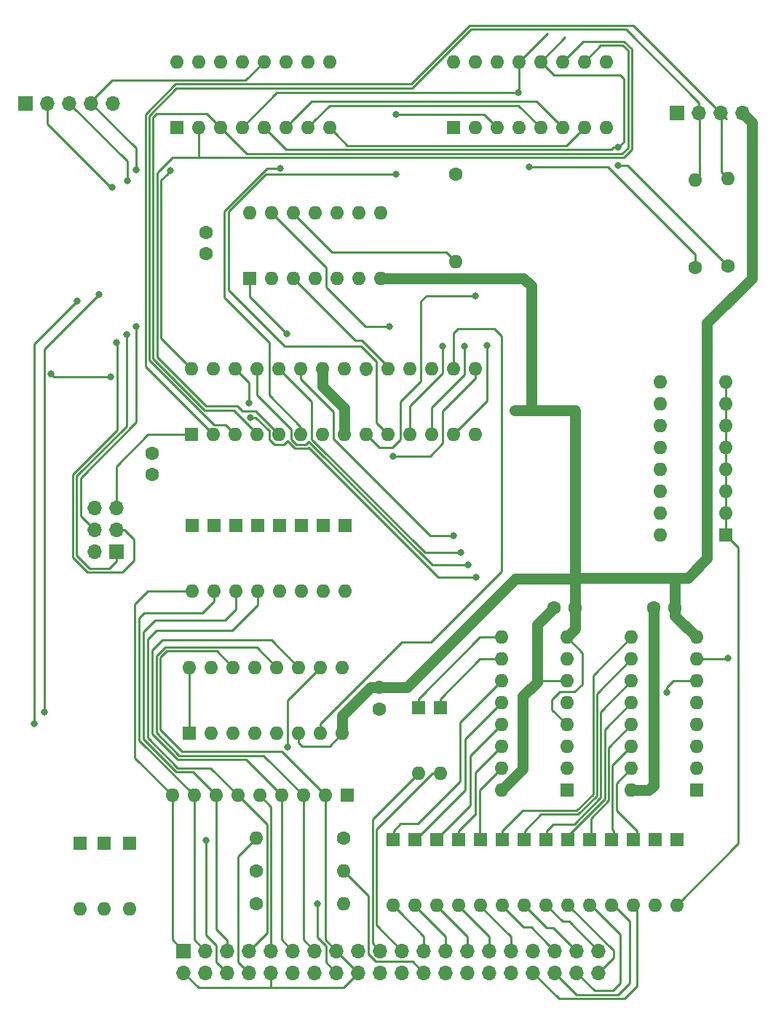
<source format=gbr>
G04 #@! TF.GenerationSoftware,KiCad,Pcbnew,(5.1.5-0-10_14)*
G04 #@! TF.CreationDate,2020-01-03T10:30:25-06:00*
G04 #@! TF.ProjectId,interface-ascii,696e7465-7266-4616-9365-2d6173636969,2.3*
G04 #@! TF.SameCoordinates,Original*
G04 #@! TF.FileFunction,Copper,L2,Bot*
G04 #@! TF.FilePolarity,Positive*
%FSLAX46Y46*%
G04 Gerber Fmt 4.6, Leading zero omitted, Abs format (unit mm)*
G04 Created by KiCad (PCBNEW (5.1.5-0-10_14)) date 2020-01-03 10:30:25*
%MOMM*%
%LPD*%
G04 APERTURE LIST*
%ADD10O,1.600000X1.600000*%
%ADD11C,1.600000*%
%ADD12R,1.600000X1.600000*%
%ADD13O,1.700000X1.700000*%
%ADD14R,1.700000X1.700000*%
%ADD15C,1.270000*%
%ADD16C,0.812800*%
%ADD17C,1.270000*%
%ADD18C,0.254000*%
G04 APERTURE END LIST*
D10*
X216893000Y-92991000D03*
D11*
X216893000Y-82831000D03*
D10*
X185905000Y-140108000D03*
X203685000Y-147728000D03*
X188445000Y-140108000D03*
X201145000Y-147728000D03*
X190985000Y-140108000D03*
X198605000Y-147728000D03*
X193525000Y-140108000D03*
X196065000Y-147728000D03*
X196065000Y-140108000D03*
X193525000Y-147728000D03*
X198605000Y-140108000D03*
X190985000Y-147728000D03*
X201145000Y-140108000D03*
X188445000Y-147728000D03*
X203685000Y-140108000D03*
D12*
X185905000Y-147728000D03*
D10*
X192890000Y-87276000D03*
X208130000Y-94896000D03*
X195430000Y-87276000D03*
X205590000Y-94896000D03*
X197970000Y-87276000D03*
X203050000Y-94896000D03*
X200510000Y-87276000D03*
X200510000Y-94896000D03*
X203050000Y-87276000D03*
X197970000Y-94896000D03*
X205590000Y-87276000D03*
X195430000Y-94896000D03*
X208130000Y-87276000D03*
D12*
X192890000Y-94896000D03*
D10*
X203812000Y-167540000D03*
D11*
X193652000Y-167540000D03*
D13*
X177015000Y-74576000D03*
X174475000Y-74576000D03*
X171935000Y-74576000D03*
X169395000Y-74576000D03*
D14*
X166855000Y-74576000D03*
D10*
X244706000Y-83466000D03*
D11*
X244706000Y-93626000D03*
X187810000Y-92062000D03*
X187810000Y-89562000D03*
D10*
X193652000Y-159920000D03*
D11*
X203812000Y-159920000D03*
D12*
X222250000Y-160072400D03*
D10*
X222250000Y-167692400D03*
D12*
X227330000Y-160072400D03*
D10*
X227330000Y-167692400D03*
D12*
X232410000Y-160072400D03*
D10*
X232410000Y-167692400D03*
D12*
X237490000Y-160072400D03*
D10*
X237490000Y-167692400D03*
D12*
X242570000Y-160072400D03*
D10*
X242570000Y-167692400D03*
D12*
X224790000Y-160072400D03*
D10*
X224790000Y-167692400D03*
D12*
X229870000Y-160072400D03*
D10*
X229870000Y-167692400D03*
D12*
X234950000Y-160072400D03*
D10*
X234950000Y-167692400D03*
D12*
X212498800Y-144807000D03*
D10*
X212498800Y-152427000D03*
D12*
X209550000Y-160072400D03*
D10*
X209550000Y-167692400D03*
D12*
X214630000Y-160072400D03*
D10*
X214630000Y-167692400D03*
D12*
X219710000Y-160072400D03*
D10*
X219710000Y-167692400D03*
D12*
X240030000Y-160072400D03*
D10*
X240030000Y-167692400D03*
D12*
X215064200Y-144781600D03*
D10*
X215064200Y-152401600D03*
D12*
X212090000Y-160072400D03*
D10*
X212090000Y-167692400D03*
D12*
X217170000Y-160072400D03*
D10*
X217170000Y-167692400D03*
X203812000Y-163730000D03*
D11*
X193652000Y-163730000D03*
D10*
X175999000Y-168175000D03*
D12*
X175999000Y-160555000D03*
D13*
X233479200Y-175566400D03*
X233479200Y-173026400D03*
X230939200Y-175566400D03*
X230939200Y-173026400D03*
X228399200Y-175566400D03*
X228399200Y-173026400D03*
X225859200Y-175566400D03*
X225859200Y-173026400D03*
X223319200Y-175566400D03*
X223319200Y-173026400D03*
X220779200Y-175566400D03*
X220779200Y-173026400D03*
X218239200Y-175566400D03*
X218239200Y-173026400D03*
X215699200Y-175566400D03*
X215699200Y-173026400D03*
X213159200Y-175566400D03*
X213159200Y-173026400D03*
X210619200Y-175566400D03*
X210619200Y-173026400D03*
X208079200Y-175566400D03*
X208079200Y-173026400D03*
X205539200Y-175566400D03*
X205539200Y-173026400D03*
X202999200Y-175566400D03*
X202999200Y-173026400D03*
X200459200Y-175566400D03*
X200459200Y-173026400D03*
X197919200Y-175566400D03*
X197919200Y-173026400D03*
X195379200Y-175566400D03*
X195379200Y-173026400D03*
X192839200Y-175566400D03*
X192839200Y-173026400D03*
X190299200Y-175566400D03*
X190299200Y-173026400D03*
X187759200Y-175566400D03*
X187759200Y-173026400D03*
X185219200Y-175566400D03*
D14*
X185219200Y-173026400D03*
D13*
X250248280Y-75703760D03*
X247708280Y-75703760D03*
X245168280Y-75703760D03*
D14*
X242628280Y-75703760D03*
D12*
X248262000Y-124741000D03*
D10*
X240642000Y-106961000D03*
X248262000Y-122201000D03*
X240642000Y-109501000D03*
X248262000Y-119661000D03*
X240642000Y-112041000D03*
X248262000Y-117121000D03*
X240642000Y-114581000D03*
X248262000Y-114581000D03*
X240642000Y-117121000D03*
X248262000Y-112041000D03*
X240642000Y-119661000D03*
X248262000Y-109501000D03*
X240642000Y-122201000D03*
X248262000Y-106961000D03*
X240642000Y-124741000D03*
X186235200Y-131218000D03*
D12*
X186235200Y-123598000D03*
D10*
X191315200Y-131218000D03*
D12*
X191315200Y-123598000D03*
D10*
X196395200Y-131218000D03*
D12*
X196395200Y-123598000D03*
D10*
X201475200Y-131218000D03*
D12*
X201475200Y-123598000D03*
D10*
X188775200Y-131218000D03*
D12*
X188775200Y-123598000D03*
D10*
X193855200Y-131218000D03*
D12*
X193855200Y-123598000D03*
D10*
X198935200Y-131218000D03*
D12*
X198935200Y-123598000D03*
D10*
X204015200Y-131218000D03*
D12*
X204015200Y-123598000D03*
D13*
X174856000Y-121566000D03*
X177396000Y-121566000D03*
X174856000Y-124106000D03*
X177396000Y-124106000D03*
X174856000Y-126646000D03*
D14*
X177396000Y-126646000D03*
D11*
X230746800Y-133199200D03*
X228246800Y-133199200D03*
X242380000Y-133199200D03*
X239880000Y-133199200D03*
X181587000Y-117716000D03*
X181587000Y-115216000D03*
X208003000Y-142434000D03*
X208003000Y-144934000D03*
D10*
X237289200Y-154382800D03*
X244909200Y-136602800D03*
X237289200Y-151842800D03*
X244909200Y-139142800D03*
X237289200Y-149302800D03*
X244909200Y-141682800D03*
X237289200Y-146762800D03*
X244909200Y-144222800D03*
X237289200Y-144222800D03*
X244909200Y-146762800D03*
X237289200Y-141682800D03*
X244909200Y-149302800D03*
X237289200Y-139142800D03*
X244909200Y-151842800D03*
X237289200Y-136602800D03*
D12*
X244909200Y-154382800D03*
D10*
X222150800Y-154382800D03*
X229770800Y-136602800D03*
X222150800Y-151842800D03*
X229770800Y-139142800D03*
X222150800Y-149302800D03*
X229770800Y-141682800D03*
X222150800Y-146762800D03*
X229770800Y-144222800D03*
X222150800Y-144222800D03*
X229770800Y-146762800D03*
X222150800Y-141682800D03*
X229770800Y-149302800D03*
X222150800Y-139142800D03*
X229770800Y-151842800D03*
X222150800Y-136602800D03*
D12*
X229770800Y-154382800D03*
D10*
X248516000Y-83339000D03*
D11*
X248516000Y-93499000D03*
D10*
X186159000Y-105437000D03*
X219179000Y-113057000D03*
X188699000Y-105437000D03*
X216639000Y-113057000D03*
X191239000Y-105437000D03*
X214099000Y-113057000D03*
X193779000Y-105437000D03*
X211559000Y-113057000D03*
X196319000Y-105437000D03*
X209019000Y-113057000D03*
X198859000Y-105437000D03*
X206479000Y-113057000D03*
X201399000Y-105437000D03*
X203939000Y-113057000D03*
X203939000Y-105437000D03*
X201399000Y-113057000D03*
X206479000Y-105437000D03*
X198859000Y-113057000D03*
X209019000Y-105437000D03*
X196319000Y-113057000D03*
X211559000Y-105437000D03*
X193779000Y-113057000D03*
X214099000Y-105437000D03*
X191239000Y-113057000D03*
X216639000Y-105437000D03*
X188699000Y-113057000D03*
X219179000Y-105437000D03*
D12*
X186159000Y-113057000D03*
X216561832Y-77370000D03*
D10*
X234341832Y-69750000D03*
X219101832Y-77370000D03*
X231801832Y-69750000D03*
X221641832Y-77370000D03*
X229261832Y-69750000D03*
X224181832Y-77370000D03*
X226721832Y-69750000D03*
X226721832Y-77370000D03*
X224181832Y-69750000D03*
X229261832Y-77370000D03*
X221641832Y-69750000D03*
X231801832Y-77370000D03*
X219101832Y-69750000D03*
X234341832Y-77370000D03*
X216561832Y-69750000D03*
X173205000Y-168175000D03*
D12*
X173205000Y-160555000D03*
D10*
X178920000Y-168175000D03*
D12*
X178920000Y-160555000D03*
X204243800Y-154967000D03*
D10*
X201703800Y-154967000D03*
X199163800Y-154967000D03*
X196623800Y-154967000D03*
X194083800Y-154967000D03*
X191543800Y-154967000D03*
X189003800Y-154967000D03*
X186463800Y-154967000D03*
X183923800Y-154967000D03*
D12*
X184390166Y-77370000D03*
D10*
X202170166Y-69750000D03*
X186930166Y-77370000D03*
X199630166Y-69750000D03*
X189470166Y-77370000D03*
X197090166Y-69750000D03*
X192010166Y-77370000D03*
X194550166Y-69750000D03*
X194550166Y-77370000D03*
X192010166Y-69750000D03*
X197090166Y-77370000D03*
X189470166Y-69750000D03*
X199630166Y-77370000D03*
X186930166Y-69750000D03*
X202170166Y-77370000D03*
X184390166Y-69750000D03*
D15*
X223791000Y-110223000D03*
X227561000Y-110223000D03*
X225656000Y-110263000D03*
D16*
X187810000Y-160174000D03*
X220514831Y-102708831D03*
X224157400Y-73331400D03*
X225402000Y-81942000D03*
X196446000Y-82097590D03*
X215369000Y-102770000D03*
X217909000Y-102770000D03*
X197334998Y-149379000D03*
X235765200Y-79703620D03*
X235765204Y-81789600D03*
X218259520Y-128210640D03*
X217451800Y-126773000D03*
X216598360Y-124796880D03*
X219179000Y-96928000D03*
X192991600Y-111050400D03*
X192773610Y-109388811D03*
X219239960Y-129617800D03*
X241429400Y-142978200D03*
X209537160Y-115530960D03*
X248541400Y-139041200D03*
X200764000Y-167540000D03*
X176761000Y-106326000D03*
X169747410Y-105970400D03*
X167871000Y-146675330D03*
X172824000Y-97562998D03*
X169014000Y-145315000D03*
X175364000Y-96801000D03*
X183695200Y-82399200D03*
X179682000Y-82323000D03*
X178666000Y-83593000D03*
X209908000Y-75871400D03*
X209908000Y-82831000D03*
X176888000Y-84355000D03*
X179682000Y-100484000D03*
X209146000Y-100484000D03*
X177396000Y-102363600D03*
X178564400Y-101398400D03*
X197208000Y-101373000D03*
D17*
X201399000Y-107469000D02*
X203939000Y-110009000D01*
X203939000Y-110009000D02*
X203939000Y-113017000D01*
X201399000Y-105397000D02*
X201399000Y-107469000D01*
D18*
X218036000Y-135611370D02*
X218036000Y-135790000D01*
X198605000Y-148859370D02*
X198986000Y-149240370D01*
X198605000Y-147728000D02*
X198605000Y-148859370D01*
X202172630Y-149240370D02*
X203685000Y-147728000D01*
X198986000Y-149240370D02*
X202172630Y-149240370D01*
D17*
X230746800Y-135626800D02*
X229770800Y-136602800D01*
X230746800Y-133199200D02*
X230746800Y-135626800D01*
X242380000Y-134073600D02*
X244909200Y-136602800D01*
X242380000Y-133199200D02*
X242380000Y-134073600D01*
D18*
X231599600Y-142038400D02*
X231599600Y-138431600D01*
X228958000Y-142952800D02*
X230685200Y-142952800D01*
X230685200Y-142952800D02*
X231599600Y-142038400D01*
X231599600Y-138431600D02*
X229770800Y-136602800D01*
X228043600Y-143867200D02*
X228958000Y-142952800D01*
X228043600Y-145035600D02*
X228043600Y-143867200D01*
X229770800Y-146762800D02*
X228043600Y-145035600D01*
D17*
X242380000Y-129668600D02*
X230928400Y-129668600D01*
X242380000Y-133199200D02*
X242380000Y-129668600D01*
X230746800Y-133199200D02*
X230746800Y-110248400D01*
X230696000Y-110223000D02*
X223791000Y-110223000D01*
X230736000Y-110263000D02*
X230696000Y-110223000D01*
X251310000Y-94896000D02*
X251310000Y-76765480D01*
X246103000Y-100103000D02*
X251310000Y-94896000D01*
X246103000Y-127408000D02*
X246103000Y-100103000D01*
X251310000Y-76765480D02*
X250248280Y-75703760D01*
X243842400Y-129668600D02*
X246103000Y-127408000D01*
X242380000Y-129668600D02*
X243842400Y-129668600D01*
X211213370Y-142434000D02*
X208003000Y-142434000D01*
X223821290Y-129826080D02*
X211213370Y-142434000D01*
X230603920Y-129826080D02*
X223821290Y-129826080D01*
X230928400Y-129501600D02*
X230603920Y-129826080D01*
X206947000Y-142434000D02*
X208003000Y-142434000D01*
X203685000Y-145696000D02*
X206947000Y-142434000D01*
X203685000Y-147728000D02*
X203685000Y-145696000D01*
X223791000Y-110223000D02*
X223751000Y-110223000D01*
X225656000Y-110263000D02*
X225656000Y-95785000D01*
X224767000Y-94896000D02*
X225656000Y-95785000D01*
X208130000Y-94896000D02*
X224767000Y-94896000D01*
X206352000Y-105564000D02*
X206479000Y-105437000D01*
X226316400Y-135129600D02*
X228246800Y-133199200D01*
X237289200Y-154382800D02*
X239321200Y-154382800D01*
X239880000Y-153824000D02*
X239880000Y-133199200D01*
X239321200Y-154382800D02*
X239880000Y-153824000D01*
D18*
X226418000Y-141682800D02*
X229770800Y-141682800D01*
X226316400Y-141784400D02*
X226418000Y-141682800D01*
D17*
X226316400Y-141784400D02*
X226316400Y-135129600D01*
X224665400Y-143435400D02*
X226316400Y-141784400D01*
X224665400Y-151868200D02*
X224665400Y-143435400D01*
X222150800Y-154382800D02*
X224665400Y-151868200D01*
D18*
X189016500Y-174283700D02*
X190299200Y-175566400D01*
X189016500Y-172385766D02*
X189016500Y-174283700D01*
X187810000Y-171179266D02*
X189016500Y-172385766D01*
X187810000Y-160174000D02*
X187810000Y-171179266D01*
X185905000Y-146674000D02*
X185905000Y-140108000D01*
X185905000Y-147728000D02*
X185905000Y-146674000D01*
X215699200Y-171324600D02*
X212143200Y-167768600D01*
X215699200Y-173026400D02*
X215699200Y-171324600D01*
X223346000Y-173609200D02*
X223346000Y-173075600D01*
X223319200Y-171400800D02*
X219687000Y-167768600D01*
X223319200Y-173026400D02*
X223319200Y-171400800D01*
X220779200Y-171350000D02*
X220779200Y-173026400D01*
X217197800Y-167768600D02*
X220779200Y-171350000D01*
X210428599Y-168568599D02*
X210428599Y-168593999D01*
X209628600Y-167768600D02*
X210428599Y-168568599D01*
X213159200Y-171324600D02*
X213159200Y-173026400D01*
X210428599Y-168593999D02*
X213159200Y-171324600D01*
X207622000Y-170029200D02*
X210619200Y-173026400D01*
X214124400Y-152401600D02*
X207622000Y-158904000D01*
X215064200Y-152401600D02*
X214124400Y-152401600D01*
X207622000Y-158904000D02*
X207622000Y-170029200D01*
X220514831Y-109141169D02*
X216639000Y-113017000D01*
X220514831Y-102708831D02*
X220514831Y-109141169D01*
X224181832Y-69750000D02*
X227490210Y-66441622D01*
X224181832Y-73306968D02*
X224157400Y-73331400D01*
X192010166Y-77370000D02*
X196048766Y-73331400D01*
X224181832Y-69750000D02*
X224181832Y-73306968D01*
X196048766Y-73331400D02*
X224157400Y-73331400D01*
X244706000Y-92102000D02*
X244706000Y-93626000D01*
X234546000Y-81942000D02*
X244706000Y-92102000D01*
X225402000Y-81942000D02*
X234546000Y-81942000D01*
X236885989Y-79736077D02*
X236185045Y-80437020D01*
X236261451Y-67803655D02*
X236885989Y-68428193D01*
X231801832Y-69750000D02*
X233748177Y-67803655D01*
X233748177Y-67803655D02*
X236261451Y-67803655D01*
X236885989Y-68428193D02*
X236885989Y-79736077D01*
X236185045Y-80437020D02*
X226056326Y-80437020D01*
X190270165Y-78169999D02*
X189470166Y-77370000D01*
X192537186Y-80437020D02*
X190270165Y-78169999D01*
X226037000Y-80437020D02*
X192537186Y-80437020D01*
X193779000Y-112973732D02*
X190995257Y-110189989D01*
X181663202Y-104236132D02*
X181663202Y-76201600D01*
X187889156Y-75788990D02*
X188670167Y-76570001D01*
X187617058Y-110189988D02*
X181663202Y-104236132D01*
X190995257Y-110189989D02*
X187617058Y-110189988D01*
X188670167Y-76570001D02*
X189470166Y-77370000D01*
X181663202Y-76201600D02*
X182075812Y-75788990D01*
X193779000Y-113017000D02*
X193779000Y-112973732D01*
X182075812Y-75788990D02*
X187889156Y-75788990D01*
X186930166Y-77370000D02*
X186930166Y-80808166D01*
X186930166Y-80808166D02*
X186994010Y-80872010D01*
X237339999Y-79924135D02*
X236373102Y-80891031D01*
X237340000Y-68240136D02*
X237339999Y-79924135D01*
X236449508Y-67349644D02*
X237340000Y-68240136D01*
X187013031Y-80891031D02*
X186994010Y-80872010D01*
X231662188Y-67349644D02*
X236449508Y-67349644D01*
X236373102Y-80891031D02*
X187013031Y-80891031D01*
X229261832Y-69750000D02*
X231662188Y-67349644D01*
X183933754Y-80872010D02*
X186994010Y-80872010D01*
X182222000Y-82577000D02*
X182228764Y-82577000D01*
X182117213Y-82681787D02*
X182222000Y-82577000D01*
X182117213Y-104048075D02*
X182117213Y-82681787D01*
X196319000Y-113017000D02*
X193590400Y-110288400D01*
X191473978Y-109735978D02*
X187805116Y-109735978D01*
X182228764Y-82577000D02*
X183933754Y-80872010D01*
X192026400Y-110288400D02*
X191473978Y-109735978D01*
X193590400Y-110288400D02*
X192026400Y-110288400D01*
X187805116Y-109735978D02*
X182117213Y-104048075D01*
X200115965Y-74344201D02*
X197890165Y-76570001D01*
X226236033Y-74344201D02*
X200115965Y-74344201D01*
X197890165Y-76570001D02*
X197090166Y-77370000D01*
X229261832Y-77370000D02*
X226236033Y-74344201D01*
X198859000Y-112168000D02*
X195176001Y-108485001D01*
X195176001Y-102389001D02*
X189895990Y-97108990D01*
X195871264Y-82097590D02*
X196446000Y-82097590D01*
X189895990Y-97108990D02*
X189895990Y-87087942D01*
X194886342Y-82097590D02*
X195871264Y-82097590D01*
X189895990Y-87087942D02*
X194886342Y-82097590D01*
X195176001Y-108485001D02*
X195176001Y-102389001D01*
X198859000Y-113017000D02*
X198859000Y-112168000D01*
X211559000Y-109755000D02*
X211559000Y-113017000D01*
X215369000Y-105945000D02*
X211559000Y-109755000D01*
X215369000Y-102770000D02*
X215369000Y-105945000D01*
X226721832Y-77370000D02*
X224150044Y-74798212D01*
X202201954Y-74798212D02*
X200430165Y-76570001D01*
X224150044Y-74798212D02*
X202201954Y-74798212D01*
X200430165Y-76570001D02*
X199630166Y-77370000D01*
X214099000Y-109882000D02*
X214099000Y-113017000D01*
X217909000Y-106072000D02*
X214099000Y-109882000D01*
X217909000Y-102770000D02*
X217909000Y-106072000D01*
X231801832Y-77370000D02*
X229706266Y-79465566D01*
X202970165Y-78169999D02*
X202170166Y-77370000D01*
X204265732Y-79465566D02*
X202970165Y-78169999D01*
X229706266Y-79465566D02*
X204265732Y-79465566D01*
X202999200Y-173026400D02*
X201703800Y-171731000D01*
X196623800Y-149887000D02*
X201703800Y-154967000D01*
X196601579Y-149864779D02*
X196623800Y-149887000D01*
X192632443Y-149864779D02*
X196601579Y-149864779D01*
X184993779Y-149864779D02*
X192632441Y-149864781D01*
X189080002Y-138203002D02*
X183237998Y-138203002D01*
X182476002Y-138964998D02*
X182476002Y-147347002D01*
X183237998Y-138203002D02*
X182476002Y-138964998D01*
X182476002Y-147347002D02*
X184993779Y-149864779D01*
X192632441Y-149864781D02*
X192632443Y-149864779D01*
X190985000Y-140108000D02*
X189080002Y-138203002D01*
X201703800Y-171731000D02*
X201703800Y-154967000D01*
X185219200Y-175566400D02*
X186971800Y-177319000D01*
X203786600Y-177319000D02*
X205539200Y-175566400D01*
X195379200Y-177268200D02*
X195379200Y-175566400D01*
X186971800Y-177319000D02*
X195430000Y-177319000D01*
X195430000Y-177319000D02*
X195379200Y-177268200D01*
X195430000Y-177319000D02*
X203786600Y-177319000D01*
X202999200Y-173026400D02*
X205539200Y-175566400D01*
X199163800Y-171731000D02*
X199163800Y-168733800D01*
X200459200Y-173026400D02*
X199163800Y-171731000D01*
X184688990Y-150321989D02*
X194518789Y-150321989D01*
X182018791Y-147651790D02*
X184688990Y-150321989D01*
X194518789Y-150321989D02*
X199163800Y-154967000D01*
X183048617Y-137745791D02*
X182018791Y-138775617D01*
X193702791Y-137745791D02*
X183048617Y-137745791D01*
X182018791Y-138775617D02*
X182018791Y-147651790D01*
X196065000Y-140108000D02*
X193702791Y-137745791D01*
X199163800Y-168733800D02*
X199163800Y-154967000D01*
X197919200Y-173026400D02*
X196623800Y-171731000D01*
X184500933Y-150776000D02*
X192432800Y-150776000D01*
X181564780Y-147839847D02*
X184500933Y-150776000D01*
X181564780Y-138098220D02*
X181564780Y-147839847D01*
X195430000Y-136933000D02*
X182730000Y-136933000D01*
X192432800Y-150776000D02*
X193321800Y-151665000D01*
X182730000Y-136933000D02*
X181564780Y-138098220D01*
X193321800Y-151665000D02*
X196623800Y-154967000D01*
X198605000Y-140108000D02*
X195430000Y-136933000D01*
X196623800Y-171731000D02*
X196623800Y-154967000D01*
X195379200Y-156262400D02*
X194083800Y-154967000D01*
X195379200Y-173026400D02*
X195379200Y-156262400D01*
X197334998Y-143918002D02*
X197334998Y-149379000D01*
X201145000Y-140108000D02*
X197334998Y-143918002D01*
X191543800Y-154967000D02*
X188349778Y-151772978D01*
X181025011Y-148244076D02*
X181025011Y-136824429D01*
X188349778Y-151772978D02*
X184553913Y-151772978D01*
X182059440Y-135790000D02*
X190875680Y-135790000D01*
X184553913Y-151772978D02*
X181025011Y-148244076D01*
X181025011Y-136824429D02*
X182059440Y-135790000D01*
X193855200Y-132810480D02*
X193855200Y-131218000D01*
X190875680Y-135790000D02*
X193855200Y-132810480D01*
X194922000Y-170943600D02*
X192839200Y-173026400D01*
X194922000Y-158345200D02*
X194922000Y-170943600D01*
X191543800Y-154967000D02*
X194922000Y-158345200D01*
X191315200Y-133351600D02*
X191315200Y-131218000D01*
X190040120Y-134626680D02*
X191315200Y-133351600D01*
X181896880Y-134626680D02*
X190040120Y-134626680D01*
X180571000Y-135952560D02*
X181896880Y-134626680D01*
X180571000Y-148432132D02*
X180571000Y-135952560D01*
X184365857Y-152226989D02*
X180571000Y-148432132D01*
X186263789Y-152226989D02*
X184365857Y-152226989D01*
X189003800Y-154967000D02*
X186263789Y-152226989D01*
X189003800Y-170528919D02*
X190299200Y-171824319D01*
X190299200Y-171824319D02*
X190299200Y-173026400D01*
X189003800Y-154967000D02*
X189003800Y-170528919D01*
X187759200Y-173026400D02*
X186463800Y-171731000D01*
X187421280Y-133808800D02*
X180601480Y-133808800D01*
X180601480Y-133808800D02*
X180009011Y-134401269D01*
X180009011Y-134401269D02*
X180063000Y-148490000D01*
X180063000Y-148566200D02*
X180063000Y-148490000D01*
X186463800Y-154967000D02*
X180063000Y-148566200D01*
X186463800Y-171731000D02*
X186463800Y-154967000D01*
X188775200Y-132454880D02*
X188775200Y-131218000D01*
X187421280Y-133808800D02*
X188775200Y-132454880D01*
X185219200Y-173026400D02*
X183923800Y-171731000D01*
X179555000Y-150598200D02*
X183923800Y-154967000D01*
X181084080Y-131207840D02*
X179555000Y-132736920D01*
X186250440Y-131207840D02*
X181084080Y-131207840D01*
X179555000Y-132736920D02*
X179555000Y-150598200D01*
X183923800Y-171731000D02*
X183923800Y-154967000D01*
X212498800Y-152427000D02*
X207167990Y-157757810D01*
X207167990Y-172115190D02*
X207167990Y-157757810D01*
X208079200Y-173026400D02*
X207167990Y-172115190D01*
X218239200Y-171350000D02*
X218239200Y-173026400D01*
X214657800Y-167768600D02*
X218239200Y-171350000D01*
X226721832Y-69750000D02*
X229576199Y-66895633D01*
X236431978Y-79036842D02*
X235765200Y-79703620D01*
X236431978Y-71686778D02*
X236431978Y-79036842D01*
X236019200Y-71274000D02*
X236431978Y-71686778D01*
X228245832Y-71274000D02*
X236019200Y-71274000D01*
X226721832Y-69750000D02*
X228245832Y-71274000D01*
X236806600Y-81789600D02*
X235765204Y-81789600D01*
X248516000Y-93499000D02*
X236806600Y-81789600D01*
X195350165Y-78169999D02*
X194550166Y-77370000D01*
X235765200Y-79703620D02*
X235190464Y-79703620D01*
X197099742Y-79919576D02*
X195350165Y-78169999D01*
X235190464Y-79703620D02*
X234974508Y-79919576D01*
X234974508Y-79919576D02*
X197099742Y-79919576D01*
X244858400Y-149302800D02*
X244909200Y-149302800D01*
X214116637Y-128210640D02*
X218259520Y-128210640D01*
X197731999Y-112429518D02*
X197731999Y-113597961D01*
X199744980Y-113838983D02*
X214116637Y-128210640D01*
X197731999Y-113597961D02*
X198318039Y-114184001D01*
X199399961Y-114184001D02*
X199744980Y-113838983D01*
X193779000Y-105437000D02*
X193779000Y-108476519D01*
X198318039Y-114184001D02*
X199399961Y-114184001D01*
X193779000Y-108476519D02*
X197731999Y-112429518D01*
X216877064Y-126773000D02*
X217451800Y-126773000D01*
X213321064Y-126773000D02*
X216877064Y-126773000D01*
X196319000Y-105437000D02*
X200129000Y-109247000D01*
X200129000Y-113580936D02*
X213321064Y-126773000D01*
X200129000Y-109247000D02*
X200129000Y-113580936D01*
X198859000Y-106568370D02*
X202669000Y-110378370D01*
X198859000Y-105437000D02*
X198859000Y-106568370D01*
X216023624Y-124796880D02*
X216598360Y-124796880D01*
X213930998Y-124796880D02*
X216023624Y-124796880D01*
X202669000Y-113534882D02*
X213930998Y-124796880D01*
X202669000Y-110378370D02*
X202669000Y-113534882D01*
X189461000Y-70004000D02*
X189461000Y-69877000D01*
X213464000Y-96928000D02*
X219179000Y-96928000D01*
X212829000Y-97563000D02*
X213464000Y-96928000D01*
X212829000Y-106834000D02*
X212829000Y-97563000D01*
X208003000Y-114581000D02*
X209448960Y-114581000D01*
X210431999Y-109231001D02*
X212829000Y-106834000D01*
X210431999Y-113597961D02*
X210431999Y-109231001D01*
X209448960Y-114581000D02*
X210431999Y-113597961D01*
X206479000Y-113057000D02*
X208003000Y-114581000D01*
X192773610Y-106971610D02*
X192773610Y-109388811D01*
X191239000Y-105437000D02*
X192773610Y-106971610D01*
X218665224Y-129617800D02*
X219239960Y-129617800D01*
X199719375Y-114506655D02*
X214830520Y-129617800D01*
X198129982Y-114638012D02*
X199588018Y-114638012D01*
X197277989Y-113786019D02*
X198129982Y-114638012D01*
X197277988Y-113765974D02*
X197277989Y-113786019D01*
X195778039Y-114184001D02*
X196859961Y-114184001D01*
X195183534Y-112523600D02*
X195191999Y-112532065D01*
X193601200Y-111050400D02*
X195074400Y-112523600D01*
X192991600Y-111050400D02*
X193601200Y-111050400D01*
X199588018Y-114638012D02*
X199719375Y-114506655D01*
X195191999Y-112532065D02*
X195191999Y-113597961D01*
X195074400Y-112523600D02*
X195183534Y-112523600D01*
X195191999Y-113597961D02*
X195778039Y-114184001D01*
X196859961Y-114184001D02*
X197277988Y-113765974D01*
X214830520Y-129617800D02*
X218665224Y-129617800D01*
X243777830Y-141682800D02*
X244909200Y-141682800D01*
X242150064Y-141682800D02*
X243777830Y-141682800D01*
X241429400Y-142403464D02*
X242150064Y-141682800D01*
X241429400Y-142978200D02*
X241429400Y-142403464D01*
X217147000Y-100738000D02*
X216639000Y-101246000D01*
X221338000Y-100738000D02*
X217147000Y-100738000D01*
X216639000Y-101246000D02*
X216639000Y-105437000D01*
X222227000Y-101627000D02*
X221338000Y-100738000D01*
X201145000Y-147728000D02*
X201145000Y-146596630D01*
X222227000Y-128932000D02*
X222227000Y-101627000D01*
X213972000Y-137187000D02*
X222227000Y-128932000D01*
X210554630Y-137187000D02*
X213972000Y-137187000D01*
X201145000Y-146596630D02*
X210554630Y-137187000D01*
X213885640Y-115530960D02*
X210111896Y-115530960D01*
X210111896Y-115530960D02*
X209537160Y-115530960D01*
X219179000Y-106528370D02*
X215369000Y-110338370D01*
X215369000Y-114047600D02*
X213885640Y-115530960D01*
X215369000Y-110338370D02*
X215369000Y-114047600D01*
X219179000Y-105397000D02*
X219179000Y-106528370D01*
X233022000Y-177649200D02*
X230939200Y-175566400D01*
X235104800Y-177649200D02*
X233022000Y-177649200D01*
X235968400Y-176785600D02*
X235104800Y-177649200D01*
X235968400Y-171096000D02*
X235968400Y-176785600D01*
X232590200Y-167717800D02*
X235968400Y-171096000D01*
X230939200Y-178106400D02*
X228399200Y-175566400D01*
X235765200Y-178106400D02*
X230939200Y-178106400D01*
X237086000Y-176785600D02*
X235765200Y-178106400D01*
X237086000Y-169572000D02*
X237086000Y-176785600D01*
X235231800Y-167717800D02*
X237086000Y-169572000D01*
X236479590Y-178560410D02*
X228853210Y-178560410D01*
X228853210Y-178560410D02*
X225859200Y-175566400D01*
X237898800Y-177141200D02*
X236479590Y-178560410D01*
X237898800Y-167717800D02*
X237898800Y-177141200D01*
X248262000Y-106961000D02*
X248262000Y-108092370D01*
X248262000Y-108092370D02*
X248262000Y-109501000D01*
X248262000Y-122201000D02*
X248262000Y-123332370D01*
X248262000Y-123332370D02*
X248262000Y-124741000D01*
X248262000Y-119661000D02*
X248262000Y-122201000D01*
X248262000Y-117121000D02*
X248262000Y-118252370D01*
X248262000Y-118252370D02*
X248262000Y-119661000D01*
X248262000Y-114581000D02*
X248262000Y-115712370D01*
X248262000Y-115712370D02*
X248262000Y-117121000D01*
X248262000Y-112041000D02*
X248262000Y-114581000D01*
X248262000Y-109501000D02*
X248262000Y-110632370D01*
X248262000Y-110632370D02*
X248262000Y-112041000D01*
X249709800Y-160552600D02*
X242570000Y-167692400D01*
X249709800Y-126188800D02*
X249709800Y-160552600D01*
X248262000Y-124741000D02*
X249709800Y-126188800D01*
X224741600Y-170257800D02*
X225630600Y-170257800D01*
X227549201Y-172176401D02*
X228399200Y-173026400D01*
X225630600Y-170257800D02*
X227549201Y-172176401D01*
X222252400Y-167768600D02*
X224741600Y-170257800D01*
X227408600Y-170308600D02*
X228221400Y-170308600D01*
X228221400Y-170308600D02*
X230939200Y-173026400D01*
X224868600Y-167768600D02*
X227408600Y-170308600D01*
X227434000Y-167768600D02*
X229288200Y-169622800D01*
X230075600Y-169622800D02*
X233479200Y-173026400D01*
X229288200Y-169622800D02*
X230075600Y-169622800D01*
X235206400Y-173839200D02*
X233479200Y-175566400D01*
X235206400Y-172975600D02*
X235206400Y-173839200D01*
X229999400Y-167768600D02*
X235206400Y-172975600D01*
X177396000Y-116740000D02*
X177396000Y-121566000D01*
X181079000Y-113057000D02*
X177396000Y-116740000D01*
X186159000Y-113057000D02*
X181079000Y-113057000D01*
X244756800Y-76115240D02*
X245168280Y-75703760D01*
X245214000Y-75749480D02*
X245168280Y-75703760D01*
X245214000Y-82958000D02*
X245214000Y-75749480D01*
X244706000Y-83466000D02*
X245214000Y-82958000D01*
X245168280Y-74501679D02*
X245168280Y-75703760D01*
X236654212Y-65987611D02*
X245168280Y-74501679D01*
X218656259Y-65987611D02*
X236654212Y-65987611D01*
X181209192Y-76013542D02*
X184373934Y-72848800D01*
X211795070Y-72848800D02*
X218656259Y-65987611D01*
X181209191Y-104424189D02*
X181209192Y-76013542D01*
X188715001Y-111929999D02*
X181209191Y-104424189D01*
X190111999Y-111929999D02*
X188715001Y-111929999D01*
X184373934Y-72848800D02*
X211795070Y-72848800D01*
X191239000Y-113057000D02*
X190111999Y-111929999D01*
X188622800Y-113133200D02*
X188699000Y-113057000D01*
X188699000Y-113184000D02*
X188699000Y-113057000D01*
X248363600Y-76359080D02*
X247708280Y-75703760D01*
X247754000Y-75749480D02*
X247708280Y-75703760D01*
X247754000Y-82577000D02*
X247754000Y-75749480D01*
X248516000Y-83339000D02*
X247754000Y-82577000D01*
X211664192Y-72337610D02*
X218468202Y-65533600D01*
X180755182Y-75825484D02*
X184243056Y-72337610D01*
X188699000Y-113057000D02*
X180755180Y-105113180D01*
X237538120Y-65533600D02*
X246858281Y-74853761D01*
X180755180Y-105113180D02*
X180755182Y-75825484D01*
X246858281Y-74853761D02*
X247708280Y-75703760D01*
X218468202Y-65533600D02*
X237538120Y-65533600D01*
X184243056Y-72337610D02*
X211664192Y-72337610D01*
X222150800Y-141682800D02*
X217401000Y-146432600D01*
X217401000Y-146432600D02*
X217401000Y-153341400D01*
X217401000Y-153341400D02*
X212473400Y-158269000D01*
X209628600Y-159094600D02*
X209628600Y-160148600D01*
X210454200Y-158269000D02*
X209628600Y-159094600D01*
X212473400Y-158269000D02*
X210454200Y-158269000D01*
X219649000Y-136602800D02*
X212498800Y-143753000D01*
X212498800Y-143753000D02*
X212498800Y-144807000D01*
X222150800Y-136602800D02*
X219649000Y-136602800D01*
X237898800Y-159043800D02*
X237898800Y-160097800D01*
X235542861Y-156687861D02*
X237898800Y-159043800D01*
X237289200Y-151842800D02*
X235542861Y-153589139D01*
X235542861Y-153589139D02*
X235542861Y-156687861D01*
X232590200Y-157608600D02*
X232590200Y-160097800D01*
X234634841Y-149417159D02*
X234634841Y-155563959D01*
X237289200Y-146762800D02*
X234634841Y-149417159D01*
X234634841Y-155563959D02*
X232590200Y-157608600D01*
X233726819Y-155187845D02*
X230620264Y-158294400D01*
X233726820Y-145245180D02*
X233726819Y-155187845D01*
X228234200Y-158294400D02*
X227434000Y-159094600D01*
X227434000Y-159094600D02*
X227434000Y-160148600D01*
X237289200Y-141682800D02*
X233726820Y-145245180D01*
X230620264Y-158294400D02*
X228234200Y-158294400D01*
X222252400Y-159094600D02*
X222252400Y-160148600D01*
X232818799Y-141073201D02*
X232818799Y-154811729D01*
X237289200Y-136602800D02*
X232818799Y-141073201D01*
X232818799Y-154811729D02*
X230910928Y-156719600D01*
X230910928Y-156719600D02*
X224627400Y-156719600D01*
X224627400Y-156719600D02*
X222252400Y-159094600D01*
X219649000Y-139142800D02*
X215064200Y-143727600D01*
X215064200Y-143727600D02*
X215064200Y-144781600D01*
X222150800Y-139142800D02*
X219649000Y-139142800D01*
X235231800Y-159043800D02*
X235231800Y-160097800D01*
X237289200Y-149302800D02*
X235088851Y-151503149D01*
X235088851Y-158900851D02*
X235231800Y-159043800D01*
X235088851Y-151503149D02*
X235088851Y-158900851D01*
X234180830Y-147331170D02*
X234180830Y-155375902D01*
X234180830Y-155375902D02*
X229999400Y-159557332D01*
X237289200Y-144222800D02*
X234180830Y-147331170D01*
X229999400Y-159557332D02*
X229999400Y-160148600D01*
X224868600Y-159094600D02*
X224868600Y-160148600D01*
X231098985Y-157173611D02*
X226789589Y-157173611D01*
X237289200Y-139142800D02*
X233272810Y-143159190D01*
X233272810Y-143159190D02*
X233272809Y-154999787D01*
X233272809Y-154999787D02*
X231098985Y-157173611D01*
X226789589Y-157173611D02*
X224868600Y-159094600D01*
X244909200Y-139142800D02*
X248439800Y-139142800D01*
X248439800Y-139142800D02*
X248541400Y-139041200D01*
X219687000Y-154306600D02*
X219687000Y-160148600D01*
X222150800Y-151842800D02*
X219687000Y-154306600D01*
X214657800Y-160047000D02*
X214657800Y-160148600D01*
X218569400Y-156135400D02*
X214657800Y-160047000D01*
X218569400Y-150344200D02*
X218569400Y-156135400D01*
X222150800Y-146762800D02*
X218569400Y-150344200D01*
X219064800Y-157227600D02*
X217197800Y-159094600D01*
X219102800Y-157227600D02*
X219064800Y-157227600D01*
X217197800Y-159094600D02*
X217197800Y-160148600D01*
X219102800Y-152350800D02*
X219102800Y-157227600D01*
X222150800Y-149302800D02*
X219102800Y-152350800D01*
X217985200Y-154306600D02*
X212143200Y-160148600D01*
X217985200Y-148388400D02*
X217985200Y-154306600D01*
X222150800Y-144222800D02*
X217985200Y-148388400D01*
X206713980Y-166631980D02*
X203812000Y-163730000D01*
X206713980Y-172459218D02*
X206713980Y-166631980D01*
X213159200Y-175566400D02*
X211863800Y-174271000D01*
X206716201Y-173405363D02*
X206716201Y-172461439D01*
X206716201Y-172461439D02*
X206713980Y-172459218D01*
X207581838Y-174271000D02*
X206716201Y-173405363D01*
X211863800Y-174271000D02*
X207581838Y-174271000D01*
X201780000Y-172453792D02*
X200764000Y-171437792D01*
X200764000Y-171437792D02*
X200764000Y-167540000D01*
X201780000Y-174347200D02*
X201780000Y-172453792D01*
X202999200Y-175566400D02*
X201780000Y-174347200D01*
X191556500Y-162015500D02*
X193652000Y-159920000D01*
X191556500Y-174283700D02*
X191556500Y-162015500D01*
X192839200Y-175566400D02*
X191556500Y-174283700D01*
X176761000Y-106326000D02*
X170103010Y-106326000D01*
X170103010Y-106326000D02*
X169747410Y-105970400D01*
X167871000Y-102515998D02*
X172417601Y-97969397D01*
X172417601Y-97969397D02*
X172824000Y-97562998D01*
X167871000Y-146675330D02*
X167871000Y-102515998D01*
X174957601Y-97207399D02*
X175364000Y-96801000D01*
X169014000Y-103151000D02*
X174957601Y-97207399D01*
X169014000Y-145315000D02*
X169014000Y-103151000D01*
X183288801Y-82805599D02*
X183695200Y-82399200D01*
X182577600Y-83516800D02*
X183288801Y-82805599D01*
X182577600Y-101855600D02*
X182577600Y-83516800D01*
X186159000Y-105437000D02*
X182577600Y-101855600D01*
X192416566Y-71883600D02*
X194550166Y-69750000D01*
X176913400Y-71883600D02*
X192416566Y-71883600D01*
X174475000Y-74322000D02*
X176913400Y-71883600D01*
X174475000Y-74576000D02*
X174475000Y-74322000D01*
X174475000Y-74576000D02*
X179682000Y-79783000D01*
X179682000Y-79783000D02*
X179682000Y-82323000D01*
X178666000Y-81307000D02*
X178666000Y-83593000D01*
X171935000Y-74576000D02*
X178666000Y-81307000D01*
X202478500Y-91848000D02*
X215750000Y-91848000D01*
X215750000Y-91848000D02*
X216893000Y-92991000D01*
X197970000Y-87339500D02*
X202478500Y-91848000D01*
X197970000Y-87276000D02*
X197970000Y-87339500D01*
X184254000Y-77497000D02*
X184381000Y-77497000D01*
X220143232Y-75871400D02*
X221641832Y-77370000D01*
X209908000Y-75871400D02*
X220143232Y-75871400D01*
X209146000Y-113057000D02*
X209019000Y-113184000D01*
X176761000Y-84355000D02*
X176888000Y-84355000D01*
X169395000Y-76989000D02*
X176761000Y-84355000D01*
X169395000Y-74576000D02*
X169395000Y-76989000D01*
X194795000Y-82831000D02*
X209333264Y-82831000D01*
X190477000Y-87149000D02*
X194795000Y-82831000D01*
X190477000Y-96293000D02*
X190477000Y-87149000D01*
X196992001Y-102808001D02*
X190477000Y-96293000D01*
X205882001Y-102808001D02*
X196992001Y-102808001D01*
X207660001Y-104586001D02*
X205882001Y-102808001D01*
X207660001Y-111698001D02*
X207660001Y-104586001D01*
X209019000Y-113057000D02*
X207660001Y-111698001D01*
X209333264Y-82831000D02*
X209908000Y-82831000D01*
X173224022Y-122474022D02*
X173224022Y-118067178D01*
X173224022Y-118067178D02*
X179682000Y-111609200D01*
X179682000Y-101058736D02*
X179682000Y-100484000D01*
X174856000Y-124106000D02*
X173224022Y-122474022D01*
X179682000Y-111609200D02*
X179682000Y-101058736D01*
X196229999Y-88075999D02*
X195430000Y-87276000D01*
X201780000Y-93626000D02*
X196229999Y-88075999D01*
X201780000Y-95912000D02*
X201780000Y-93626000D01*
X206352000Y-100484000D02*
X201780000Y-95912000D01*
X209146000Y-100484000D02*
X206352000Y-100484000D01*
X174043200Y-129033600D02*
X172316000Y-127306400D01*
X177497600Y-102465200D02*
X177396000Y-102363600D01*
X179428000Y-127662000D02*
X178056400Y-129033600D01*
X177497600Y-112509464D02*
X177497600Y-102465200D01*
X172316000Y-117691064D02*
X177497600Y-112509464D01*
X172316000Y-127306400D02*
X172316000Y-117691064D01*
X178056400Y-129033600D02*
X174043200Y-129033600D01*
X179428000Y-125223600D02*
X179428000Y-127662000D01*
X178310400Y-124106000D02*
X179428000Y-125223600D01*
X177396000Y-124106000D02*
X178310400Y-124106000D01*
X198769999Y-95695999D02*
X197970000Y-94896000D01*
X205209000Y-102135000D02*
X198769999Y-95695999D01*
X205971000Y-102135000D02*
X205209000Y-102135000D01*
X209019000Y-105183000D02*
X205971000Y-102135000D01*
X209019000Y-105437000D02*
X209019000Y-105183000D01*
X176566411Y-128579589D02*
X174231257Y-128579589D01*
X172770011Y-127118343D02*
X172770011Y-117879121D01*
X178564400Y-112084732D02*
X178564400Y-101973136D01*
X177396000Y-126646000D02*
X177396000Y-127750000D01*
X178564400Y-101973136D02*
X178564400Y-101398400D01*
X177396000Y-127750000D02*
X176566411Y-128579589D01*
X172770011Y-117879121D02*
X178564400Y-112084732D01*
X174231257Y-128579589D02*
X172770011Y-127118343D01*
X192890000Y-97055000D02*
X192890000Y-94896000D01*
X197208000Y-101373000D02*
X192890000Y-97055000D01*
M02*

</source>
